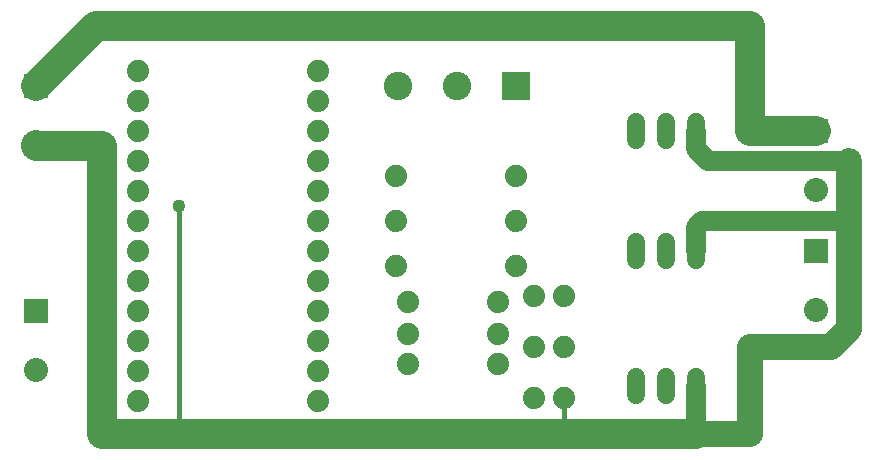
<source format=gbl>
G75*
%MOIN*%
%OFA0B0*%
%FSLAX25Y25*%
%IPPOS*%
%LPD*%
%AMOC8*
5,1,8,0,0,1.08239X$1,22.5*
%
%ADD10C,0.06000*%
%ADD11C,0.07400*%
%ADD12R,0.08000X0.08000*%
%ADD13C,0.08000*%
%ADD14R,0.09500X0.09500*%
%ADD15C,0.09500*%
%ADD16C,0.10000*%
%ADD17C,0.08600*%
%ADD18C,0.06600*%
%ADD19C,0.04362*%
%ADD20C,0.01600*%
D10*
X0216000Y0023260D02*
X0216000Y0029260D01*
X0226000Y0029260D02*
X0226000Y0023260D01*
X0236000Y0023260D02*
X0236000Y0029260D01*
X0236000Y0068260D02*
X0236000Y0074260D01*
X0226000Y0074260D02*
X0226000Y0068260D01*
X0216000Y0068260D02*
X0216000Y0074260D01*
X0216000Y0108260D02*
X0216000Y0114260D01*
X0226000Y0114260D02*
X0226000Y0108260D01*
X0236000Y0108260D02*
X0236000Y0114260D01*
D11*
X0176000Y0096260D03*
X0176000Y0081260D03*
X0176000Y0066260D03*
X0182000Y0056260D03*
X0192000Y0056260D03*
X0170000Y0054260D03*
X0170000Y0043760D03*
X0182000Y0039260D03*
X0192000Y0039260D03*
X0170000Y0033760D03*
X0182000Y0022260D03*
X0192000Y0022260D03*
X0140000Y0033760D03*
X0140000Y0043760D03*
X0140000Y0054260D03*
X0136000Y0066260D03*
X0110000Y0071260D03*
X0110000Y0081260D03*
X0110000Y0091260D03*
X0110000Y0101260D03*
X0110000Y0111260D03*
X0110000Y0121260D03*
X0110000Y0131260D03*
X0136000Y0096260D03*
X0136000Y0081260D03*
X0110000Y0061260D03*
X0110000Y0051260D03*
X0110000Y0041260D03*
X0110000Y0031260D03*
X0110000Y0021260D03*
X0050000Y0021260D03*
X0050000Y0031260D03*
X0050000Y0041260D03*
X0050000Y0051260D03*
X0050000Y0061260D03*
X0050000Y0071260D03*
X0050000Y0081260D03*
X0050000Y0091260D03*
X0050000Y0101260D03*
X0050000Y0111260D03*
X0050000Y0121260D03*
X0050000Y0131260D03*
D12*
X0016000Y0126260D03*
X0016000Y0051260D03*
X0276000Y0071260D03*
X0276000Y0111260D03*
D13*
X0276000Y0091575D03*
X0276000Y0051575D03*
X0016000Y0031575D03*
X0016000Y0106575D03*
D14*
X0176000Y0126260D03*
D15*
X0156315Y0126260D03*
X0136630Y0126260D03*
D16*
X0063500Y0010260D02*
X0038000Y0010260D01*
X0038000Y0106260D01*
X0016000Y0106260D01*
X0016000Y0106575D01*
X0016000Y0126260D02*
X0036000Y0146260D01*
X0254000Y0146260D01*
X0254000Y0111260D01*
X0276000Y0111260D01*
X0236000Y0010260D02*
X0191000Y0010260D01*
X0063500Y0010260D01*
D17*
X0236000Y0010260D02*
X0254000Y0010260D01*
X0254000Y0039260D01*
X0281000Y0039260D01*
X0287000Y0045260D01*
X0287000Y0081260D01*
X0287000Y0101260D01*
D18*
X0240000Y0101260D01*
X0236000Y0105260D01*
X0236000Y0111260D01*
X0238000Y0081260D02*
X0287000Y0081260D01*
X0238000Y0081260D02*
X0236000Y0079260D01*
X0236000Y0071260D01*
X0236000Y0026260D02*
X0236000Y0010260D01*
D19*
X0063500Y0086260D03*
D20*
X0063500Y0010260D01*
X0191000Y0010260D02*
X0192000Y0011260D01*
X0192000Y0022260D01*
M02*

</source>
